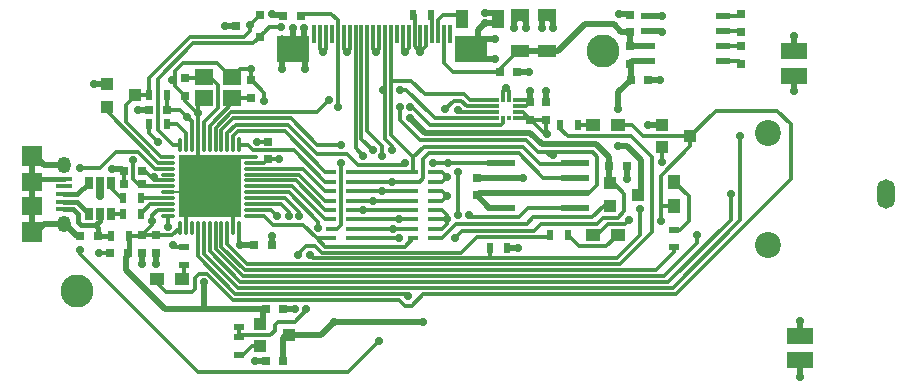
<source format=gbl>
G04 #@! TF.FileFunction,Copper,L2,Bot,Signal*
%FSLAX46Y46*%
G04 Gerber Fmt 4.6, Leading zero omitted, Abs format (unit mm)*
G04 Created by KiCad (PCBNEW 4.0.4-stable) date 11/24/16 22:43:10*
%MOMM*%
%LPD*%
G01*
G04 APERTURE LIST*
%ADD10C,0.100000*%
%ADD11R,0.900000X0.450000*%
%ADD12R,0.300000X1.600000*%
%ADD13R,2.700000X2.300000*%
%ADD14R,0.750000X0.800000*%
%ADD15R,0.800000X0.750000*%
%ADD16R,1.600000X1.000000*%
%ADD17R,1.000000X1.600000*%
%ADD18R,1.350000X0.450000*%
%ADD19O,1.150000X1.400000*%
%ADD20R,1.700000X1.700000*%
%ADD21R,1.700000X1.500000*%
%ADD22R,0.500000X0.900000*%
%ADD23R,0.690880X1.000760*%
%ADD24R,1.143000X0.508000*%
%ADD25R,2.399540X0.599440*%
%ADD26O,1.300000X0.300000*%
%ADD27O,0.300000X1.300000*%
%ADD28R,5.300000X5.300000*%
%ADD29R,1.600000X1.400000*%
%ADD30R,0.800100X0.800100*%
%ADD31R,1.000000X1.000000*%
%ADD32C,2.200000*%
%ADD33O,1.500000X2.500000*%
%ADD34R,0.900000X0.500000*%
%ADD35R,1.200000X1.000000*%
%ADD36R,1.000000X1.200000*%
%ADD37R,0.320000X0.320000*%
%ADD38R,2.200000X1.350000*%
%ADD39C,2.800000*%
%ADD40C,0.700000*%
%ADD41C,0.500000*%
%ADD42C,0.300000*%
%ADD43C,0.200000*%
%ADD44C,0.400000*%
%ADD45C,0.700000*%
G04 APERTURE END LIST*
D10*
D11*
X128350000Y-81900000D03*
X128350000Y-82700000D03*
X128350000Y-83500000D03*
X128350000Y-84300000D03*
X128350000Y-85100000D03*
X128350000Y-85900000D03*
X128350000Y-86700000D03*
X128350000Y-87500000D03*
X126650000Y-87500000D03*
X126650000Y-86700000D03*
X126650000Y-85900000D03*
X126650000Y-85100000D03*
X126650000Y-84300000D03*
X126650000Y-83500000D03*
X126650000Y-82700000D03*
X126650000Y-81900000D03*
D12*
X136750000Y-70200000D03*
X136250000Y-70200000D03*
X135750000Y-70200000D03*
X135250000Y-70200000D03*
X134750000Y-70200000D03*
X134250000Y-70200000D03*
X133750000Y-70200000D03*
X133250000Y-70200000D03*
X132750000Y-70200000D03*
X132250000Y-70200000D03*
X131750000Y-70200000D03*
X131250000Y-70200000D03*
X130750000Y-70200000D03*
X130250000Y-70200000D03*
X129750000Y-70200000D03*
X129250000Y-70200000D03*
X128750000Y-70200000D03*
X128250000Y-70200000D03*
X127750000Y-70200000D03*
X127250000Y-70200000D03*
X126750000Y-70200000D03*
X126250000Y-70200000D03*
X125750000Y-70200000D03*
X125250000Y-70200000D03*
D13*
X138500000Y-71450000D03*
X123500000Y-71450000D03*
D14*
X152000000Y-71200000D03*
X152000000Y-72700000D03*
D15*
X122650000Y-68650000D03*
X124150000Y-68650000D03*
X150250000Y-81400000D03*
X151750000Y-81400000D03*
X152050000Y-74050000D03*
X153550000Y-74050000D03*
D14*
X152000000Y-70050000D03*
X152000000Y-68550000D03*
X161400000Y-70000000D03*
X161400000Y-68500000D03*
X161400000Y-71200000D03*
X161400000Y-72700000D03*
D15*
X106950000Y-87300000D03*
X105450000Y-87300000D03*
D14*
X110700000Y-87250000D03*
X110700000Y-88750000D03*
D15*
X110650000Y-81800000D03*
X109150000Y-81800000D03*
D14*
X111900000Y-87250000D03*
X111900000Y-88750000D03*
D15*
X112750000Y-76600000D03*
X111250000Y-76600000D03*
D14*
X121300000Y-80800000D03*
X121300000Y-79300000D03*
D15*
X120150000Y-88100000D03*
X121650000Y-88100000D03*
D16*
X145000000Y-71600000D03*
X145000000Y-68600000D03*
X142700000Y-71600000D03*
X142700000Y-68600000D03*
D15*
X140950000Y-73400000D03*
X142450000Y-73400000D03*
D17*
X137800000Y-68900000D03*
X140800000Y-68900000D03*
D14*
X139000000Y-83850000D03*
X139000000Y-82350000D03*
D15*
X121150000Y-93500000D03*
X122650000Y-93500000D03*
X122650000Y-97900000D03*
X121150000Y-97900000D03*
D14*
X114300000Y-73950000D03*
X114300000Y-75450000D03*
X119900000Y-75600000D03*
X119900000Y-74100000D03*
D15*
X110650000Y-82900000D03*
X109150000Y-82900000D03*
D18*
X104050000Y-85050000D03*
X104050000Y-84400000D03*
X104050000Y-83750000D03*
X104050000Y-83100000D03*
X104050000Y-82450000D03*
D19*
X104050000Y-86250000D03*
X104050000Y-81250000D03*
D20*
X101350000Y-86950000D03*
X101350000Y-80550000D03*
D21*
X101350000Y-84750000D03*
X101350000Y-82750000D03*
D22*
X108050000Y-87300000D03*
X109550000Y-87300000D03*
X112750000Y-75400000D03*
X111250000Y-75400000D03*
X135150000Y-68600000D03*
X133650000Y-68600000D03*
D11*
X135350000Y-81900000D03*
X135350000Y-82700000D03*
X135350000Y-83500000D03*
X135350000Y-84300000D03*
X135350000Y-85100000D03*
X135350000Y-85900000D03*
X135350000Y-86700000D03*
X135350000Y-87500000D03*
X133650000Y-87500000D03*
X133650000Y-86700000D03*
X133650000Y-85900000D03*
X133650000Y-85100000D03*
X133650000Y-84300000D03*
X133650000Y-83500000D03*
X133650000Y-82700000D03*
X133650000Y-81900000D03*
D22*
X112750000Y-77800000D03*
X111250000Y-77800000D03*
X109050000Y-84100000D03*
X110550000Y-84100000D03*
X109050000Y-85400000D03*
X110550000Y-85400000D03*
D23*
X106150040Y-82799520D03*
X107100000Y-82799520D03*
X108049960Y-82799520D03*
X108049960Y-85400480D03*
X107100000Y-85400480D03*
X106150040Y-85400480D03*
D24*
X153525000Y-68695000D03*
X153525000Y-69965000D03*
X153525000Y-71235000D03*
X153525000Y-72505000D03*
X159875000Y-72505000D03*
X159875000Y-71235000D03*
X159875000Y-69965000D03*
X159875000Y-68695000D03*
D25*
X141033000Y-81095000D03*
X147367000Y-81095000D03*
X141033000Y-82365000D03*
X141033000Y-83635000D03*
X141033000Y-84905000D03*
X147367000Y-82365000D03*
X147367000Y-83635000D03*
X147367000Y-84905000D03*
D26*
X112900000Y-85600000D03*
X112900000Y-85100000D03*
X112900000Y-84600000D03*
X112900000Y-84100000D03*
X112900000Y-83600000D03*
X112900000Y-83100000D03*
X112900000Y-82600000D03*
X112900000Y-82100000D03*
X112900000Y-81600000D03*
X112900000Y-81100000D03*
X112900000Y-80600000D03*
D27*
X113900000Y-79600000D03*
X114400000Y-79600000D03*
X114900000Y-79600000D03*
X115400000Y-79600000D03*
X115900000Y-79600000D03*
X116400000Y-79600000D03*
X116900000Y-79600000D03*
X117400000Y-79600000D03*
X117900000Y-79600000D03*
X118400000Y-79600000D03*
X118900000Y-79600000D03*
D26*
X119900000Y-80600000D03*
X119900000Y-81100000D03*
X119900000Y-81600000D03*
X119900000Y-82100000D03*
X119900000Y-82600000D03*
X119900000Y-83100000D03*
X119900000Y-83600000D03*
X119900000Y-84100000D03*
X119900000Y-84600000D03*
X119900000Y-85100000D03*
X119900000Y-85600000D03*
D27*
X118900000Y-86600000D03*
X118400000Y-86600000D03*
X117900000Y-86600000D03*
X117400000Y-86600000D03*
X116900000Y-86600000D03*
X116400000Y-86600000D03*
X115900000Y-86600000D03*
X115400000Y-86600000D03*
X114900000Y-86600000D03*
X114400000Y-86600000D03*
X113900000Y-86600000D03*
D28*
X116400000Y-83100000D03*
D29*
X115900000Y-73800000D03*
X118300000Y-73800000D03*
X118300000Y-75600000D03*
X115900000Y-75600000D03*
D30*
X120650760Y-68550000D03*
X120650760Y-70450000D03*
X118651780Y-69500000D03*
D31*
X150300000Y-84750000D03*
X150300000Y-82850000D03*
X152700000Y-83800000D03*
X107700000Y-76350000D03*
X107700000Y-74450000D03*
X110100000Y-75400000D03*
X120700000Y-96650000D03*
X120700000Y-94750000D03*
X123100000Y-95700000D03*
D32*
X163700000Y-88050000D03*
X163700000Y-78550000D03*
D33*
X173700000Y-83750000D03*
D34*
X118900000Y-95850000D03*
X118900000Y-97350000D03*
D31*
X154700000Y-79800000D03*
X154700000Y-77900000D03*
X157100000Y-78850000D03*
D34*
X114200000Y-88250000D03*
X114200000Y-89750000D03*
D22*
X145250000Y-87200000D03*
X146750000Y-87200000D03*
D34*
X155750000Y-88250000D03*
X155750000Y-86750000D03*
D22*
X146050000Y-77900000D03*
X147550000Y-77900000D03*
D35*
X111950000Y-90900000D03*
X114050000Y-90900000D03*
X148850000Y-87200000D03*
X150950000Y-87200000D03*
D36*
X155750000Y-84800000D03*
X155750000Y-82700000D03*
D35*
X150950000Y-77900000D03*
X148850000Y-77900000D03*
D22*
X140100000Y-88350000D03*
X141600000Y-88350000D03*
D14*
X144900000Y-77450000D03*
X144900000Y-75950000D03*
X143550000Y-77450000D03*
X143550000Y-75950000D03*
D34*
X118900000Y-95000000D03*
X118900000Y-93500000D03*
D37*
X140750000Y-77300000D03*
X141250000Y-77300000D03*
X141750000Y-77300000D03*
X142250000Y-77300000D03*
X142250000Y-76800000D03*
X142250000Y-76300000D03*
X142250000Y-75800000D03*
X141750000Y-75800000D03*
X141250000Y-75800000D03*
X140750000Y-75800000D03*
X140750000Y-76300000D03*
X140750000Y-76800000D03*
D38*
X166400000Y-95775000D03*
X166400000Y-97825000D03*
X165900000Y-71675000D03*
X165900000Y-73725000D03*
D15*
X109450000Y-88700000D03*
X107950000Y-88700000D03*
D39*
X149700000Y-71650000D03*
X105200000Y-91970000D03*
D40*
X151000000Y-79650000D03*
X151000000Y-76550000D03*
X141500000Y-74800000D03*
X107000000Y-88700000D03*
X165900000Y-75000000D03*
X165900000Y-70400000D03*
X166400000Y-94500000D03*
X166400000Y-99200000D03*
X113250000Y-74050000D03*
X121700000Y-68500000D03*
X123500000Y-69700000D03*
X144900000Y-75000000D03*
X143550000Y-75000000D03*
X136500000Y-85900000D03*
X121000000Y-75850000D03*
X110700000Y-89700000D03*
X142550000Y-88350000D03*
X151750000Y-82450000D03*
X153500000Y-77900000D03*
X106650000Y-74450000D03*
X124500000Y-73200000D03*
X122500000Y-73200000D03*
X126000000Y-71700000D03*
X128000000Y-71700000D03*
X130500000Y-71700000D03*
X132950000Y-71700000D03*
X124400000Y-69700000D03*
X117700000Y-69500000D03*
X108100000Y-81600000D03*
X115400000Y-76900000D03*
X143400000Y-73400000D03*
X154500000Y-74050000D03*
X154700000Y-70000000D03*
X154700000Y-68700000D03*
X151050000Y-68500000D03*
X134250000Y-71700000D03*
X145500000Y-69700000D03*
X144500000Y-69700000D03*
X143200000Y-69700000D03*
X142200000Y-69700000D03*
X140600000Y-72300000D03*
X140600000Y-70600000D03*
X139700000Y-69300000D03*
X139700000Y-68400000D03*
X120200000Y-97900000D03*
X123600000Y-93500000D03*
X121700000Y-87300000D03*
X114300000Y-85200000D03*
X118500000Y-85200000D03*
X114300000Y-81000000D03*
X116400000Y-83100000D03*
X118500000Y-81000000D03*
X110300000Y-76600000D03*
X142900000Y-82350000D03*
X119900000Y-73150000D03*
X120400000Y-79300000D03*
X136500000Y-83900000D03*
X136500000Y-82300000D03*
X111900000Y-89700000D03*
X107100000Y-83900000D03*
X145450000Y-80450000D03*
X144950000Y-78650000D03*
X132500000Y-76350000D03*
X127250000Y-76400000D03*
X109900000Y-80900000D03*
X137150000Y-87500000D03*
X132400000Y-87500000D03*
X133400000Y-77300000D03*
X115900000Y-91200000D03*
X122250000Y-80800000D03*
X119000000Y-88100000D03*
X111550000Y-86000000D03*
X111700000Y-82300000D03*
X114500000Y-77200000D03*
X112000000Y-79300000D03*
X134500000Y-94600000D03*
X126900000Y-94600000D03*
X119800000Y-69400000D03*
X124600000Y-93450000D03*
X125600000Y-86600000D03*
X131050000Y-74900000D03*
X132500000Y-74900000D03*
X131800000Y-80000000D03*
X131800000Y-82700000D03*
X105400000Y-88500000D03*
X105400000Y-81500000D03*
X130700000Y-96200000D03*
X136550000Y-81100000D03*
X136350000Y-76550000D03*
X135300000Y-81100000D03*
X132900000Y-81100000D03*
X129400000Y-80500000D03*
X129400000Y-85100000D03*
X130200000Y-80000000D03*
X130200000Y-84300000D03*
X131000000Y-80500000D03*
X131000000Y-83500000D03*
X138400000Y-85500000D03*
X132400000Y-85900000D03*
X133200000Y-92400000D03*
X122400000Y-69600000D03*
X122100000Y-85600000D03*
X160500000Y-83750000D03*
X124900000Y-88950000D03*
X154700000Y-81000000D03*
X123100000Y-85600000D03*
X152800000Y-85050000D03*
X151900000Y-85950000D03*
X154650000Y-86000000D03*
X113300000Y-88100000D03*
X112900000Y-86500000D03*
X124000000Y-85600000D03*
X123900000Y-88900000D03*
X157700000Y-87250000D03*
X161300000Y-78800000D03*
X137400000Y-81850000D03*
X137400000Y-76600000D03*
X131900000Y-86700000D03*
X137400000Y-85500000D03*
X133400000Y-76350000D03*
X126500000Y-75750000D03*
X127500000Y-79600000D03*
X127500000Y-81100000D03*
D41*
X152000000Y-71200000D02*
X152000000Y-70000000D01*
X153525000Y-71235000D02*
X152035000Y-71235000D01*
X152035000Y-71235000D02*
X152000000Y-71200000D01*
X152000000Y-70000000D02*
X151250000Y-70000000D01*
X151250000Y-70000000D02*
X150600000Y-69350000D01*
X150600000Y-69350000D02*
X148150000Y-69350000D01*
X148150000Y-69350000D02*
X145900000Y-71600000D01*
X145900000Y-71600000D02*
X145000000Y-71600000D01*
X142700000Y-71600000D02*
X145000000Y-71600000D01*
D42*
X140950000Y-73400000D02*
X140950000Y-73150000D01*
X140950000Y-73150000D02*
X142500000Y-71600000D01*
X142500000Y-71600000D02*
X142700000Y-71600000D01*
X136250000Y-70200000D02*
X136250000Y-72650000D01*
X137000000Y-73400000D02*
X140950000Y-73400000D01*
X136250000Y-72650000D02*
X137000000Y-73400000D01*
D41*
X152700000Y-83800000D02*
X152950000Y-83550000D01*
X152950000Y-83550000D02*
X152950000Y-80850000D01*
X152950000Y-80850000D02*
X151750000Y-79650000D01*
X151750000Y-79650000D02*
X151000000Y-79650000D01*
X151000000Y-76550000D02*
X151000000Y-75100000D01*
X151000000Y-75100000D02*
X152050000Y-74050000D01*
X152050000Y-74050000D02*
X152050000Y-72750000D01*
X152050000Y-72750000D02*
X152000000Y-72700000D01*
X151998220Y-74101780D02*
X152050000Y-74050000D01*
X153525000Y-72505000D02*
X152195000Y-72505000D01*
X152195000Y-72505000D02*
X152000000Y-72700000D01*
D42*
X142250000Y-75800000D02*
X143400000Y-75800000D01*
X143400000Y-75800000D02*
X143550000Y-75950000D01*
X142250000Y-76300000D02*
X143200000Y-76300000D01*
X143200000Y-76300000D02*
X143550000Y-75950000D01*
X141750000Y-75800000D02*
X141750000Y-75050000D01*
X141250000Y-75050000D02*
X141500000Y-74800000D01*
X141250000Y-75050000D02*
X141250000Y-75800000D01*
X141750000Y-75050000D02*
X141500000Y-74800000D01*
X107950000Y-88700000D02*
X107000000Y-88700000D01*
D41*
X165900000Y-73725000D02*
X165900000Y-75000000D01*
X165900000Y-71675000D02*
X165900000Y-70400000D01*
X166400000Y-95775000D02*
X166400000Y-94500000D01*
X166400000Y-97825000D02*
X166400000Y-99200000D01*
D42*
X113450000Y-74050000D02*
X113250000Y-74050000D01*
D41*
X122650000Y-68650000D02*
X122550000Y-68550000D01*
X122550000Y-68550000D02*
X121750000Y-68550000D01*
X121750000Y-68550000D02*
X121700000Y-68500000D01*
X123500000Y-69700000D02*
X123500000Y-71450000D01*
X144900000Y-75950000D02*
X144900000Y-75000000D01*
X143550000Y-75950000D02*
X143550000Y-75000000D01*
D42*
X135350000Y-85100000D02*
X136100000Y-85100000D01*
X136500000Y-85500000D02*
X136500000Y-85900000D01*
X136100000Y-85100000D02*
X136500000Y-85500000D01*
X135350000Y-86700000D02*
X136050000Y-86700000D01*
X136500000Y-85900000D02*
X135350000Y-85900000D01*
X136500000Y-86250000D02*
X136500000Y-85900000D01*
X136050000Y-86700000D02*
X136500000Y-86250000D01*
X119900000Y-74100000D02*
X119950000Y-74100000D01*
X119950000Y-74100000D02*
X121000000Y-75150000D01*
X121000000Y-75150000D02*
X121000000Y-75850000D01*
D41*
X110700000Y-89700000D02*
X110700000Y-88750000D01*
X141600000Y-88350000D02*
X142550000Y-88350000D01*
X151750000Y-81400000D02*
X151750000Y-82450000D01*
X154700000Y-77900000D02*
X153500000Y-77900000D01*
X107700000Y-74450000D02*
X106650000Y-74450000D01*
X123500000Y-71450000D02*
X124500000Y-72450000D01*
X124500000Y-72450000D02*
X124500000Y-73200000D01*
X123500000Y-71450000D02*
X122500000Y-72450000D01*
X122500000Y-72450000D02*
X122500000Y-73200000D01*
D42*
X126250000Y-70200000D02*
X126250000Y-71450000D01*
X125750000Y-71450000D02*
X126000000Y-71700000D01*
X125750000Y-71450000D02*
X125750000Y-70200000D01*
X126250000Y-71450000D02*
X126000000Y-71700000D01*
X128250000Y-70200000D02*
X128250000Y-71450000D01*
X127750000Y-71450000D02*
X127750000Y-70200000D01*
X128000000Y-71700000D02*
X127750000Y-71450000D01*
X128250000Y-71450000D02*
X128000000Y-71700000D01*
X130750000Y-70200000D02*
X130750000Y-71450000D01*
X130250000Y-71450000D02*
X130500000Y-71700000D01*
X130250000Y-71450000D02*
X130250000Y-70200000D01*
X130750000Y-71450000D02*
X130500000Y-71700000D01*
X133250000Y-70200000D02*
X133250000Y-71400000D01*
X132750000Y-71500000D02*
X132950000Y-71700000D01*
X132750000Y-71500000D02*
X132750000Y-70200000D01*
X133250000Y-71400000D02*
X132950000Y-71700000D01*
D41*
X123500000Y-71450000D02*
X123050000Y-71900000D01*
D42*
X123500000Y-71450000D02*
X124400000Y-70550000D01*
D41*
X124400000Y-70550000D02*
X124400000Y-69700000D01*
D42*
X123500000Y-71450000D02*
X122500000Y-70450000D01*
D41*
X118651780Y-69500000D02*
X117700000Y-69500000D01*
X108100000Y-81600000D02*
X108950000Y-81600000D01*
X142450000Y-73400000D02*
X143400000Y-73400000D01*
X153550000Y-74050000D02*
X154500000Y-74050000D01*
X153525000Y-69965000D02*
X154665000Y-69965000D01*
X154665000Y-69965000D02*
X154700000Y-70000000D01*
X153525000Y-68695000D02*
X154695000Y-68695000D01*
X154695000Y-68695000D02*
X154700000Y-68700000D01*
X152000000Y-68500000D02*
X151050000Y-68500000D01*
D42*
X133750000Y-70200000D02*
X133750000Y-71200000D01*
X134750000Y-71200000D02*
X134250000Y-71700000D01*
X134750000Y-70200000D02*
X134750000Y-71200000D01*
X134250000Y-71700000D02*
X134250000Y-70200000D01*
X133750000Y-71200000D02*
X134250000Y-71700000D01*
D41*
X145000000Y-68600000D02*
X145500000Y-69100000D01*
X145500000Y-69100000D02*
X145500000Y-69700000D01*
X145000000Y-68600000D02*
X144500000Y-69100000D01*
X144500000Y-69100000D02*
X144500000Y-69700000D01*
X142700000Y-68600000D02*
X143200000Y-69100000D01*
X143200000Y-69100000D02*
X143200000Y-69700000D01*
X142700000Y-68600000D02*
X142200000Y-69100000D01*
X142200000Y-69100000D02*
X142200000Y-69700000D01*
X138500000Y-71450000D02*
X139350000Y-72300000D01*
X139350000Y-72300000D02*
X140600000Y-72300000D01*
X138500000Y-71450000D02*
X139350000Y-70600000D01*
X139350000Y-70600000D02*
X140600000Y-70600000D01*
X138500000Y-71450000D02*
X139100000Y-70850000D01*
X139100000Y-70850000D02*
X139100000Y-69900000D01*
X139100000Y-69900000D02*
X139700000Y-69300000D01*
X140800000Y-68850000D02*
X140350000Y-69300000D01*
X140350000Y-69300000D02*
X139700000Y-69300000D01*
X140800000Y-68850000D02*
X140350000Y-68400000D01*
X140350000Y-68400000D02*
X139700000Y-68400000D01*
D42*
X133750000Y-70200000D02*
X133750000Y-68600000D01*
X133750000Y-68600000D02*
X133650000Y-68500000D01*
D41*
X121150000Y-97900000D02*
X120200000Y-97900000D01*
X122650000Y-93500000D02*
X123600000Y-93500000D01*
D43*
X112900000Y-83600000D02*
X115900000Y-83600000D01*
X115900000Y-83600000D02*
X116400000Y-83100000D01*
D42*
X115400000Y-79600000D02*
X115400000Y-82100000D01*
X115400000Y-82100000D02*
X116400000Y-83100000D01*
X119900000Y-80600000D02*
X118900000Y-80600000D01*
X118900000Y-80600000D02*
X116400000Y-83100000D01*
X114400000Y-86600000D02*
X114400000Y-85100000D01*
X114400000Y-85100000D02*
X116400000Y-83100000D01*
X118400000Y-86600000D02*
X118400000Y-85100000D01*
X118400000Y-85100000D02*
X116400000Y-83100000D01*
D41*
X121700000Y-88050000D02*
X121700000Y-87300000D01*
D42*
X121700000Y-88050000D02*
X121650000Y-88100000D01*
X114300000Y-85200000D02*
X116400000Y-83100000D01*
X118500000Y-85200000D02*
X116400000Y-83100000D01*
X114300000Y-81000000D02*
X116400000Y-83100000D01*
X118500000Y-81000000D02*
X116400000Y-83100000D01*
D41*
X111250000Y-76600000D02*
X110300000Y-76600000D01*
X141033000Y-82365000D02*
X142885000Y-82365000D01*
X142885000Y-82365000D02*
X142900000Y-82350000D01*
X141033000Y-82365000D02*
X139015000Y-82365000D01*
X139015000Y-82365000D02*
X139000000Y-82350000D01*
D42*
X118950000Y-73150000D02*
X119900000Y-73150000D01*
X119900000Y-73150000D02*
X119900000Y-74100000D01*
X118950000Y-73150000D02*
X118300000Y-73800000D01*
X117050000Y-72650000D02*
X118200000Y-73800000D01*
X118200000Y-73800000D02*
X118300000Y-73800000D01*
X114300000Y-75450000D02*
X113450000Y-74600000D01*
X114150000Y-72650000D02*
X117050000Y-72650000D01*
X113450000Y-73350000D02*
X114150000Y-72650000D01*
X113450000Y-74600000D02*
X113450000Y-74050000D01*
X113450000Y-74050000D02*
X113450000Y-73350000D01*
X115400000Y-76900000D02*
X115300000Y-76900000D01*
X114300000Y-75900000D02*
X114300000Y-75450000D01*
X115300000Y-76900000D02*
X114300000Y-75900000D01*
X115400000Y-76100000D02*
X115400000Y-76900000D01*
X115400000Y-76900000D02*
X115400000Y-79600000D01*
X115400000Y-76100000D02*
X115900000Y-75600000D01*
X121300000Y-79300000D02*
X120400000Y-79300000D01*
X135350000Y-84300000D02*
X136100000Y-84300000D01*
X136100000Y-83500000D02*
X136500000Y-83900000D01*
X136100000Y-83500000D02*
X135350000Y-83500000D01*
X136100000Y-84300000D02*
X136500000Y-83900000D01*
X135350000Y-82700000D02*
X136100000Y-82700000D01*
X136100000Y-81900000D02*
X136500000Y-82300000D01*
X136100000Y-81900000D02*
X135350000Y-81900000D01*
X136100000Y-82700000D02*
X136500000Y-82300000D01*
D41*
X109150000Y-81800000D02*
X108950000Y-81600000D01*
D42*
X109150000Y-82900000D02*
X109150000Y-81800000D01*
D41*
X101350000Y-80200000D02*
X102400000Y-81250000D01*
X102400000Y-81250000D02*
X104050000Y-81250000D01*
D44*
X104050000Y-82450000D02*
X101650000Y-82450000D01*
X101650000Y-82450000D02*
X101350000Y-82750000D01*
D41*
X101350000Y-80200000D02*
X101350000Y-82750000D01*
X101350000Y-84750000D02*
X101350000Y-82750000D01*
X101350000Y-87300000D02*
X101350000Y-84750000D01*
X104050000Y-86250000D02*
X102400000Y-86250000D01*
X102400000Y-86250000D02*
X101350000Y-87300000D01*
X105450000Y-87300000D02*
X105200000Y-87300000D01*
X105200000Y-87300000D02*
X104150000Y-86250000D01*
X104150000Y-86250000D02*
X104050000Y-86250000D01*
X111900000Y-88750000D02*
X111900000Y-89700000D01*
D45*
X107100000Y-82799520D02*
X107100000Y-83900000D01*
D42*
X116800000Y-81800000D02*
X117800000Y-82800000D01*
X117300000Y-83300000D02*
X117800000Y-82800000D01*
X142250000Y-76800000D02*
X142900000Y-76800000D01*
X142900000Y-76800000D02*
X143550000Y-77450000D01*
X142250000Y-77300000D02*
X143400000Y-77300000D01*
X143400000Y-77300000D02*
X143550000Y-77450000D01*
X144900000Y-77450000D02*
X143550000Y-77450000D01*
X143550000Y-77450000D02*
X143600000Y-77450000D01*
X143600000Y-77450000D02*
X144800000Y-78650000D01*
X144800000Y-78650000D02*
X144950000Y-78650000D01*
X144900000Y-77450000D02*
X144900000Y-78600000D01*
X145150000Y-80450000D02*
X144925000Y-80225000D01*
X145450000Y-80450000D02*
X145150000Y-80450000D01*
X144900000Y-78600000D02*
X144950000Y-78650000D01*
X148825000Y-80225000D02*
X144925000Y-80225000D01*
X144925000Y-80225000D02*
X144225000Y-80225000D01*
X134250000Y-79200000D02*
X143200000Y-79200000D01*
X132500000Y-77450000D02*
X134250000Y-79200000D01*
X132500000Y-76350000D02*
X132500000Y-77450000D01*
X144225000Y-80225000D02*
X143200000Y-79200000D01*
X148515000Y-83635000D02*
X147367000Y-83635000D01*
X149200000Y-82950000D02*
X148515000Y-83635000D01*
X149200000Y-80600000D02*
X149200000Y-82950000D01*
X148825000Y-80225000D02*
X149200000Y-80600000D01*
X127250000Y-70200000D02*
X127250000Y-76400000D01*
X124150000Y-68500000D02*
X126700000Y-68500000D01*
X127250000Y-69050000D02*
X127250000Y-70200000D01*
X126700000Y-68500000D02*
X127250000Y-69050000D01*
X110300000Y-82900000D02*
X109900000Y-82500000D01*
X109900000Y-82500000D02*
X109900000Y-80900000D01*
X110650000Y-82900000D02*
X110300000Y-82900000D01*
D41*
X147367000Y-83635000D02*
X141033000Y-83635000D01*
X141033000Y-84905000D02*
X140055000Y-84905000D01*
X140055000Y-84905000D02*
X139000000Y-83850000D01*
X141033000Y-83635000D02*
X139215000Y-83635000D01*
X139215000Y-83635000D02*
X139000000Y-83850000D01*
D42*
X112900000Y-83100000D02*
X110850000Y-83100000D01*
X110850000Y-83100000D02*
X110650000Y-82900000D01*
X128350000Y-87500000D02*
X132400000Y-87500000D01*
X143850000Y-86850000D02*
X137800000Y-86850000D01*
X137800000Y-86850000D02*
X137150000Y-87500000D01*
X151500000Y-83750000D02*
X150600000Y-82850000D01*
X149200000Y-86250000D02*
X144450000Y-86250000D01*
X149700000Y-85750000D02*
X149200000Y-86250000D01*
X150950000Y-85750000D02*
X149700000Y-85750000D01*
X151500000Y-85200000D02*
X150950000Y-85750000D01*
X151500000Y-83750000D02*
X151500000Y-85200000D01*
X144450000Y-86250000D02*
X143850000Y-86850000D01*
X150300000Y-82850000D02*
X150600000Y-82850000D01*
X121150000Y-93500000D02*
X118900000Y-93500000D01*
D41*
X150250000Y-81400000D02*
X150250000Y-80650000D01*
X149125000Y-79525000D02*
X144525000Y-79525000D01*
X150250000Y-82800000D02*
X150300000Y-82850000D01*
X149125000Y-79525000D02*
X150250000Y-80650000D01*
X150250000Y-80650000D02*
X150250000Y-82800000D01*
X134650000Y-78550000D02*
X143550000Y-78550000D01*
X133400000Y-77300000D02*
X134650000Y-78550000D01*
D42*
X150300000Y-82850000D02*
X150300000Y-82900000D01*
D41*
X144525000Y-79525000D02*
X143550000Y-78550000D01*
X115900000Y-91200000D02*
X115900000Y-93500000D01*
X120899240Y-94750000D02*
X120899240Y-93750760D01*
X120899240Y-93750760D02*
X121150000Y-93500000D01*
X109300000Y-89100000D02*
X109300000Y-90200000D01*
X109300000Y-90200000D02*
X112600000Y-93500000D01*
X112600000Y-93500000D02*
X115900000Y-93500000D01*
X115900000Y-93500000D02*
X121150000Y-93500000D01*
D42*
X122250000Y-80800000D02*
X121300000Y-80800000D01*
X111700000Y-82300000D02*
X111700000Y-82600000D01*
X111250000Y-78550000D02*
X112000000Y-79300000D01*
X111250000Y-77800000D02*
X111250000Y-78550000D01*
X112750000Y-75400000D02*
X112750000Y-76600000D01*
D41*
X120150000Y-88100000D02*
X119000000Y-88100000D01*
D42*
X118900000Y-88000000D02*
X119000000Y-88100000D01*
X118900000Y-88000000D02*
X118900000Y-86600000D01*
X114500000Y-77200000D02*
X113900000Y-76600000D01*
X114900000Y-77600000D02*
X114500000Y-77200000D01*
X114900000Y-79600000D02*
X114900000Y-77600000D01*
X113900000Y-76600000D02*
X112750000Y-76600000D01*
X119900000Y-81100000D02*
X121000000Y-81100000D01*
X121000000Y-81100000D02*
X121300000Y-80800000D01*
D44*
X109550000Y-87300000D02*
X109550000Y-88850000D01*
X109550000Y-88850000D02*
X109300000Y-89100000D01*
D42*
X112900000Y-82600000D02*
X111700000Y-82600000D01*
X111700000Y-82600000D02*
X110900000Y-81800000D01*
X110900000Y-81800000D02*
X110650000Y-81800000D01*
X111900000Y-87250000D02*
X113250000Y-87250000D01*
X113250000Y-87250000D02*
X113900000Y-86600000D01*
X110700000Y-87250000D02*
X111900000Y-87250000D01*
X112900000Y-85100000D02*
X112000000Y-85100000D01*
X112000000Y-85100000D02*
X111550000Y-85550000D01*
X111550000Y-85550000D02*
X111550000Y-86000000D01*
X111550000Y-86400000D02*
X110700000Y-87250000D01*
X111550000Y-86000000D02*
X111550000Y-86400000D01*
X109550000Y-87300000D02*
X110650000Y-87300000D01*
X110650000Y-87300000D02*
X110700000Y-87250000D01*
X159875000Y-69965000D02*
X161365000Y-69965000D01*
X161365000Y-69965000D02*
X161400000Y-70000000D01*
X159875000Y-68695000D02*
X161205000Y-68695000D01*
X161205000Y-68695000D02*
X161400000Y-68500000D01*
X159875000Y-71235000D02*
X161365000Y-71235000D01*
X161365000Y-71235000D02*
X161400000Y-71200000D01*
X159875000Y-72505000D02*
X161205000Y-72505000D01*
X161205000Y-72505000D02*
X161400000Y-72700000D01*
D44*
X106950000Y-87300000D02*
X108050000Y-87300000D01*
X106950000Y-87300000D02*
X106950000Y-86650000D01*
X106950000Y-86650000D02*
X106700000Y-86400000D01*
X104050000Y-85050000D02*
X104850000Y-85050000D01*
X107100000Y-86000000D02*
X107100000Y-85400480D01*
X106700000Y-86400000D02*
X107100000Y-86000000D01*
X105500000Y-86400000D02*
X106700000Y-86400000D01*
X105250000Y-86150000D02*
X105500000Y-86400000D01*
X105250000Y-85450000D02*
X105250000Y-86150000D01*
X104850000Y-85050000D02*
X105250000Y-85450000D01*
X104050000Y-85050000D02*
X104550000Y-85050000D01*
D42*
X135750000Y-70200000D02*
X135750000Y-69050000D01*
X136200000Y-68600000D02*
X137550000Y-68600000D01*
X135750000Y-69050000D02*
X136200000Y-68600000D01*
X137550000Y-68600000D02*
X137800000Y-68850000D01*
D41*
X122650000Y-97900000D02*
X122650000Y-95948220D01*
X122650000Y-95948220D02*
X122898220Y-95700000D01*
X122898220Y-95700000D02*
X125800000Y-95700000D01*
X125800000Y-95700000D02*
X126900000Y-94600000D01*
X126900000Y-94600000D02*
X134500000Y-94600000D01*
D42*
X114300000Y-73950000D02*
X115750000Y-73950000D01*
X115750000Y-73950000D02*
X115900000Y-73800000D01*
X115900000Y-79600000D02*
X115900000Y-77650000D01*
X117100000Y-74500000D02*
X116400000Y-73800000D01*
X117100000Y-76450000D02*
X117100000Y-74500000D01*
X115900000Y-77650000D02*
X117100000Y-76450000D01*
X116400000Y-73800000D02*
X115900000Y-73800000D01*
X118300000Y-75600000D02*
X118300000Y-75992968D01*
X118350000Y-75992968D02*
X116390002Y-77952966D01*
X116390002Y-77952966D02*
X116390002Y-79600000D01*
X116390002Y-79600000D02*
X116400000Y-79600000D01*
X119900000Y-75600000D02*
X118300000Y-75600000D01*
D44*
X104050000Y-84400000D02*
X105149560Y-84400000D01*
X105149560Y-84400000D02*
X106150040Y-85400480D01*
X104050000Y-83750000D02*
X105199560Y-83750000D01*
X105199560Y-83750000D02*
X106150040Y-82799520D01*
D42*
X143250000Y-86250000D02*
X137300000Y-86250000D01*
X137300000Y-86250000D02*
X136050000Y-87500000D01*
X150300000Y-84750000D02*
X149750000Y-84750000D01*
X149750000Y-84750000D02*
X148800000Y-85700000D01*
X135350000Y-87500000D02*
X136050000Y-87500000D01*
X150300000Y-84450000D02*
X150300000Y-84750000D01*
X148800000Y-85700000D02*
X143800000Y-85700000D01*
X143800000Y-85700000D02*
X143250000Y-86250000D01*
X107700000Y-76500000D02*
X107699240Y-76499240D01*
X107699240Y-76499240D02*
X107699240Y-76250000D01*
X112042968Y-81100000D02*
X107700000Y-76757032D01*
X107700000Y-76757032D02*
X107700000Y-76500000D01*
X112900000Y-81100000D02*
X112042968Y-81100000D01*
X119800000Y-69400000D02*
X119800000Y-69950000D01*
X119300000Y-70450000D02*
X114750000Y-70450000D01*
X119800000Y-69950000D02*
X119300000Y-70450000D01*
X120650760Y-68550000D02*
X119800760Y-69400000D01*
X119800760Y-69400000D02*
X119800000Y-69400000D01*
X111250000Y-75400000D02*
X111250000Y-73950000D01*
X111250000Y-73950000D02*
X114750000Y-70450000D01*
X111250000Y-75400000D02*
X110190002Y-75400000D01*
X110190002Y-75400000D02*
X109350000Y-76240002D01*
X112900000Y-80600000D02*
X112300000Y-80600000D01*
X109350000Y-77650000D02*
X109350000Y-76240002D01*
X112300000Y-80600000D02*
X109350000Y-77650000D01*
X123650000Y-94550000D02*
X124600000Y-93600000D01*
X124600000Y-93600000D02*
X124600000Y-93450000D01*
X123650000Y-94550000D02*
X122200000Y-94550000D01*
X118900000Y-95000000D02*
X118900000Y-95850000D01*
X121900000Y-95350000D02*
X121550000Y-95700000D01*
X121550000Y-95700000D02*
X119150000Y-95700000D01*
X121900000Y-94850000D02*
X121900000Y-95350000D01*
X122200000Y-94550000D02*
X121900000Y-94850000D01*
X125600000Y-86100000D02*
X125600000Y-86600000D01*
X123100000Y-83600000D02*
X125600000Y-86100000D01*
X119900000Y-83600000D02*
X123100000Y-83600000D01*
X135250000Y-70200000D02*
X135250000Y-68600000D01*
X135250000Y-68600000D02*
X135150000Y-68500000D01*
X108049960Y-82799520D02*
X108049960Y-83249960D01*
X108049960Y-83249960D02*
X108900000Y-84100000D01*
X108900000Y-84100000D02*
X109050000Y-84100000D01*
X112900000Y-84100000D02*
X110550000Y-84100000D01*
X109050000Y-85400000D02*
X108050440Y-85400000D01*
X108050440Y-85400000D02*
X108049960Y-85400480D01*
X112900000Y-84600000D02*
X111350000Y-84600000D01*
X111350000Y-84600000D02*
X110550000Y-85400000D01*
X140750000Y-77300000D02*
X135450000Y-77300000D01*
X135450000Y-77300000D02*
X135100000Y-76950000D01*
X132500000Y-74900000D02*
X133050000Y-74900000D01*
X133050000Y-74900000D02*
X135100000Y-76950000D01*
X131050000Y-74900000D02*
X131250000Y-74900000D01*
X131800000Y-79650000D02*
X131250000Y-79100000D01*
X131250000Y-75850000D02*
X131250000Y-74900000D01*
X131250000Y-79100000D02*
X131250000Y-75850000D01*
X131800000Y-80000000D02*
X131800000Y-79650000D01*
X131250000Y-74900000D02*
X131250000Y-70200000D01*
X133650000Y-82700000D02*
X134200000Y-82700000D01*
X144665000Y-82365000D02*
X147367000Y-82365000D01*
X142600000Y-80300000D02*
X144665000Y-82365000D01*
X134950000Y-80300000D02*
X142600000Y-80300000D01*
X134500000Y-80750000D02*
X134950000Y-80300000D01*
X134500000Y-82400000D02*
X134500000Y-80750000D01*
X134200000Y-82700000D02*
X134500000Y-82400000D01*
X133650000Y-82700000D02*
X131800000Y-82700000D01*
X131800000Y-82700000D02*
X128350000Y-82700000D01*
X131750000Y-74150000D02*
X133450000Y-74150000D01*
X138430002Y-75800000D02*
X140750000Y-75800000D01*
X137930002Y-75300000D02*
X138430002Y-75800000D01*
X134600000Y-75300000D02*
X137930002Y-75300000D01*
X133450000Y-74150000D02*
X134600000Y-75300000D01*
X131750000Y-75650000D02*
X131750000Y-78750000D01*
X133650000Y-80650000D02*
X131750000Y-78750000D01*
X133650000Y-81900000D02*
X133650000Y-80650000D01*
X131750000Y-70200000D02*
X131750000Y-74150000D01*
X131750000Y-74150000D02*
X131750000Y-75650000D01*
X147517000Y-81245000D02*
X144395000Y-81245000D01*
X144395000Y-81245000D02*
X142900000Y-79750000D01*
X133650000Y-81900000D02*
X133650000Y-80650000D01*
X133650000Y-80650000D02*
X134550000Y-79750000D01*
X134550000Y-79750000D02*
X142900000Y-79750000D01*
X128350000Y-81900000D02*
X133650000Y-81900000D01*
X105400000Y-88500000D02*
X105400000Y-88800000D01*
X105400000Y-88800000D02*
X107300000Y-90700000D01*
X107300000Y-90700000D02*
X115400000Y-98800000D01*
X115400000Y-98800000D02*
X116750000Y-98800000D01*
X105400000Y-81500000D02*
X107100000Y-81500000D01*
X107100000Y-81500000D02*
X108450000Y-80150000D01*
X111800000Y-81600000D02*
X110350000Y-80150000D01*
X112900000Y-81600000D02*
X111800000Y-81600000D01*
X110350000Y-80150000D02*
X108450000Y-80150000D01*
X116750000Y-98800000D02*
X128100000Y-98800000D01*
X128100000Y-98800000D02*
X130700000Y-96200000D01*
X140750000Y-76300000D02*
X138150000Y-76300000D01*
X137700000Y-75850000D02*
X138150000Y-76300000D01*
X137050000Y-75850000D02*
X137700000Y-75850000D01*
X136350000Y-76550000D02*
X137050000Y-75850000D01*
X135300000Y-81100000D02*
X136550000Y-81100000D01*
X136550000Y-81100000D02*
X141028000Y-81100000D01*
X141028000Y-81100000D02*
X141033000Y-81095000D01*
X125450000Y-80350000D02*
X128050000Y-80350000D01*
X128050000Y-80350000D02*
X129000000Y-81300000D01*
X132700000Y-81300000D02*
X132900000Y-81100000D01*
X129000000Y-81300000D02*
X132700000Y-81300000D01*
X136500000Y-81100000D02*
X136500000Y-81095000D01*
X136500000Y-81095000D02*
X136500000Y-81100000D01*
X136500000Y-81100000D02*
X136500000Y-81095000D01*
X117900000Y-78600000D02*
X118600000Y-77900000D01*
X118600000Y-77900000D02*
X123000000Y-77900000D01*
X123000000Y-77900000D02*
X125450000Y-80350000D01*
X117900000Y-79600000D02*
X117900000Y-78600000D01*
X136500000Y-81095000D02*
X141033000Y-81095000D01*
X119900000Y-82600000D02*
X123700000Y-82600000D01*
X126200000Y-85100000D02*
X126650000Y-85100000D01*
X123700000Y-82600000D02*
X126200000Y-85100000D01*
X119900000Y-82100000D02*
X124000000Y-82100000D01*
X126200000Y-84300000D02*
X126650000Y-84300000D01*
X124000000Y-82100000D02*
X126200000Y-84300000D01*
X119900000Y-81600000D02*
X124300000Y-81600000D01*
X126200000Y-83500000D02*
X126650000Y-83500000D01*
X124300000Y-81600000D02*
X126200000Y-83500000D01*
X120100000Y-80050000D02*
X123550000Y-80050000D01*
X118900000Y-79600000D02*
X119650000Y-79600000D01*
X119650000Y-79600000D02*
X120100000Y-80050000D01*
X118900000Y-79600000D02*
X118900000Y-79100000D01*
X123550000Y-80050000D02*
X126200000Y-82700000D01*
X126200000Y-82700000D02*
X126650000Y-82700000D01*
X118400000Y-79600000D02*
X118400000Y-78850000D01*
X126200000Y-81900000D02*
X126650000Y-81900000D01*
X122750000Y-78450000D02*
X126200000Y-81900000D01*
X118800000Y-78450000D02*
X122750000Y-78450000D01*
X118400000Y-78850000D02*
X118800000Y-78450000D01*
X129400000Y-80500000D02*
X128750000Y-79850000D01*
X128750000Y-70050000D02*
X128750000Y-79850000D01*
X128350000Y-85100000D02*
X129400000Y-85100000D01*
X129400000Y-85100000D02*
X133650000Y-85100000D01*
X130200000Y-80000000D02*
X129250000Y-79050000D01*
X129250000Y-79050000D02*
X129250000Y-70200000D01*
X128350000Y-84300000D02*
X130200000Y-84300000D01*
X130200000Y-84300000D02*
X133650000Y-84300000D01*
X129750000Y-70200000D02*
X129750000Y-78450000D01*
X131000000Y-79700000D02*
X129750000Y-78450000D01*
X131000000Y-80500000D02*
X131000000Y-79700000D01*
X128350000Y-83500000D02*
X131000000Y-83500000D01*
X131000000Y-83500000D02*
X133650000Y-83500000D01*
X142600000Y-85700000D02*
X138600000Y-85700000D01*
X138600000Y-85700000D02*
X138400000Y-85500000D01*
X143395000Y-84905000D02*
X147367000Y-84905000D01*
X142600000Y-85700000D02*
X143395000Y-84905000D01*
X128350000Y-85900000D02*
X132400000Y-85900000D01*
X132400000Y-85900000D02*
X133650000Y-85900000D01*
X119900000Y-83100000D02*
X123400000Y-83100000D01*
X123400000Y-83100000D02*
X126200000Y-85900000D01*
X126200000Y-85900000D02*
X126650000Y-85900000D01*
X118570006Y-92170006D02*
X132970006Y-92170006D01*
X132970006Y-92170006D02*
X133200000Y-92400000D01*
X115400000Y-86600000D02*
X115400000Y-89000000D01*
X115400000Y-89000000D02*
X118570006Y-92170006D01*
X120650760Y-70450000D02*
X120650760Y-70399240D01*
X120650760Y-70399240D02*
X121050000Y-70000000D01*
X122400000Y-69600000D02*
X121450000Y-69600000D01*
X121450000Y-69600000D02*
X121050000Y-70000000D01*
X121050000Y-70000000D02*
X120050000Y-71000000D01*
X113300000Y-79600000D02*
X112000000Y-78300000D01*
X113900000Y-79600000D02*
X113300000Y-79600000D01*
X112000000Y-78300000D02*
X112000000Y-74000000D01*
X112000000Y-74000000D02*
X115000000Y-71000000D01*
X115000000Y-71000000D02*
X120050000Y-71000000D01*
X119900000Y-85100000D02*
X121600000Y-85100000D01*
X121600000Y-85100000D02*
X122100000Y-85600000D01*
X114400000Y-79600000D02*
X114400000Y-78600000D01*
X113600000Y-77800000D02*
X112750000Y-77800000D01*
X114400000Y-78600000D02*
X113600000Y-77800000D01*
X155250000Y-91190002D02*
X160500000Y-85940002D01*
X160500000Y-85940002D02*
X160500000Y-83750000D01*
X118990002Y-91190002D02*
X155250000Y-91190002D01*
X116400000Y-86600000D02*
X116400000Y-88600000D01*
X116400000Y-88600000D02*
X118990002Y-91190002D01*
X120700000Y-96650000D02*
X119950000Y-96650000D01*
X119250000Y-97350000D02*
X118750000Y-97350000D01*
X119950000Y-96650000D02*
X119250000Y-97350000D01*
X140100000Y-88350000D02*
X140100000Y-89190002D01*
X154700000Y-79800000D02*
X154700000Y-81000000D01*
X125140002Y-89190002D02*
X140100000Y-89190002D01*
X140100000Y-89190002D02*
X150859998Y-89190002D01*
X122400000Y-84600000D02*
X123100000Y-85300000D01*
X123100000Y-85300000D02*
X123100000Y-85600000D01*
X119900000Y-84600000D02*
X122400000Y-84600000D01*
X124900000Y-88950000D02*
X125140002Y-89190002D01*
X150859998Y-89190002D02*
X152800000Y-87250000D01*
X152800000Y-87250000D02*
X152800000Y-85050000D01*
X154650000Y-79850000D02*
X154700000Y-79800000D01*
X150125000Y-86275000D02*
X151575000Y-86275000D01*
X151575000Y-86275000D02*
X151900000Y-85950000D01*
X155900000Y-92200000D02*
X165600000Y-82500000D01*
X159250000Y-76700000D02*
X157100000Y-78850000D01*
X164450000Y-76700000D02*
X159250000Y-76700000D01*
X165600000Y-77850000D02*
X164450000Y-76700000D01*
X165600000Y-82500000D02*
X165600000Y-77850000D01*
X155750000Y-84800000D02*
X154600000Y-84800000D01*
X157100000Y-78850000D02*
X157100000Y-79700000D01*
X157100000Y-79700000D02*
X154600000Y-82200000D01*
X154600000Y-84800000D02*
X154600000Y-82200000D01*
X154600000Y-85950000D02*
X154600000Y-84800000D01*
X154600000Y-85950000D02*
X154650000Y-86000000D01*
X148850000Y-87200000D02*
X149200000Y-87200000D01*
X149200000Y-87200000D02*
X150125000Y-86275000D01*
X150950000Y-77900000D02*
X152150000Y-77900000D01*
X153100000Y-78850000D02*
X157100000Y-78850000D01*
X152150000Y-77900000D02*
X153100000Y-78850000D01*
X111950000Y-90900000D02*
X111950000Y-91250000D01*
X134500000Y-92200000D02*
X155900000Y-92200000D01*
X133500000Y-93200000D02*
X134500000Y-92200000D01*
X132900000Y-93200000D02*
X133500000Y-93200000D01*
X132400000Y-92700000D02*
X132900000Y-93200000D01*
X118400000Y-92700000D02*
X132400000Y-92700000D01*
X116200000Y-90500000D02*
X118400000Y-92700000D01*
X115500000Y-90500000D02*
X116200000Y-90500000D01*
X115150000Y-90850000D02*
X115500000Y-90500000D01*
X115150000Y-91750000D02*
X115150000Y-90850000D01*
X114900000Y-92000000D02*
X115150000Y-91750000D01*
X112700000Y-92000000D02*
X114900000Y-92000000D01*
X111950000Y-91250000D02*
X112700000Y-92000000D01*
X114300000Y-88250000D02*
X113450000Y-88250000D01*
X113450000Y-88250000D02*
X113300000Y-88100000D01*
X112900000Y-85600000D02*
X112900000Y-86500000D01*
X114200000Y-89750000D02*
X114200000Y-90750000D01*
X114200000Y-90750000D02*
X114050000Y-90900000D01*
X122800000Y-84100000D02*
X124000000Y-85300000D01*
X124000000Y-85300000D02*
X124000000Y-85600000D01*
X119900000Y-84100000D02*
X122800000Y-84100000D01*
X125350000Y-88150000D02*
X125900000Y-88700000D01*
X125900000Y-88700000D02*
X137700000Y-88700000D01*
X137700000Y-88700000D02*
X139000000Y-87400000D01*
X139000000Y-87400000D02*
X145050000Y-87400000D01*
X123900000Y-88900000D02*
X123900000Y-88800000D01*
X123900000Y-88800000D02*
X124550000Y-88150000D01*
X124550000Y-88150000D02*
X125350000Y-88150000D01*
X145050000Y-87400000D02*
X145250000Y-87200000D01*
X146750000Y-87200000D02*
X147700000Y-88150000D01*
X150000000Y-88150000D02*
X150950000Y-87200000D01*
X147700000Y-88150000D02*
X150000000Y-88150000D01*
X155750000Y-88250000D02*
X155750000Y-88650000D01*
X155750000Y-88650000D02*
X154209998Y-90190002D01*
X117400000Y-86600000D02*
X117400000Y-88200000D01*
X119390002Y-90190002D02*
X154209998Y-90190002D01*
X117400000Y-88200000D02*
X119390002Y-90190002D01*
X155750000Y-86750000D02*
X156250000Y-86750000D01*
X156950000Y-83900000D02*
X155750000Y-82700000D01*
X156950000Y-86050000D02*
X156950000Y-83900000D01*
X156250000Y-86750000D02*
X156950000Y-86050000D01*
X146050000Y-77900000D02*
X146050000Y-78200000D01*
X146050000Y-78200000D02*
X146700000Y-78850000D01*
X151150000Y-89700000D02*
X153850000Y-87000000D01*
X152050000Y-78850000D02*
X146700000Y-78850000D01*
X153850000Y-80650000D02*
X152050000Y-78850000D01*
X153850000Y-87000000D02*
X153850000Y-80650000D01*
X117900000Y-88000000D02*
X119600000Y-89700000D01*
X117900000Y-86600000D02*
X117900000Y-88000000D01*
X119600000Y-89700000D02*
X151150000Y-89700000D01*
X147550000Y-77900000D02*
X148850000Y-77900000D01*
X154900000Y-90700000D02*
X157700000Y-87900000D01*
X157700000Y-87900000D02*
X157700000Y-87250000D01*
X116900000Y-86600000D02*
X116900000Y-88400000D01*
X119200000Y-90700000D02*
X154900000Y-90700000D01*
X116900000Y-88400000D02*
X119200000Y-90700000D01*
X155600000Y-91680004D02*
X161300000Y-85980004D01*
X161300000Y-85980004D02*
X161300000Y-78800000D01*
X115900000Y-88792968D02*
X118787036Y-91680004D01*
X115900000Y-86600000D02*
X115900000Y-88792968D01*
X118787036Y-91680004D02*
X155600000Y-91680004D01*
X140750000Y-76800000D02*
X137600000Y-76800000D01*
X137400000Y-76600000D02*
X137600000Y-76800000D01*
X137400000Y-85500000D02*
X137400000Y-81850000D01*
X133650000Y-86700000D02*
X131900000Y-86700000D01*
X131900000Y-86700000D02*
X128350000Y-86700000D01*
X133400000Y-76350000D02*
X133500000Y-76350000D01*
X141250000Y-77700000D02*
X141250000Y-77300000D01*
X141050000Y-77900000D02*
X141250000Y-77700000D01*
X135050000Y-77900000D02*
X141050000Y-77900000D01*
X133500000Y-76350000D02*
X135050000Y-77900000D01*
X118250000Y-76800000D02*
X125450000Y-76800000D01*
X125450000Y-76800000D02*
X126500000Y-75750000D01*
X116900000Y-79600000D02*
X116900000Y-78150000D01*
X116900000Y-78150000D02*
X118250000Y-76800000D01*
X127500000Y-79600000D02*
X125500000Y-79600000D01*
X125500000Y-79600000D02*
X123250000Y-77350000D01*
X127200000Y-86700000D02*
X127500000Y-86400000D01*
X127500000Y-86400000D02*
X127500000Y-81100000D01*
X126650000Y-86700000D02*
X127200000Y-86700000D01*
X117400000Y-79600000D02*
X117400000Y-78350000D01*
X118400000Y-77350000D02*
X123250000Y-77350000D01*
X117400000Y-78350000D02*
X118400000Y-77350000D01*
X126150000Y-88200000D02*
X132950000Y-88200000D01*
X132950000Y-88200000D02*
X133650000Y-87500000D01*
X126650000Y-87500000D02*
X125450000Y-87500000D01*
X126150000Y-88200000D02*
X125450000Y-87500000D01*
X125450000Y-87500000D02*
X124300000Y-86350000D01*
X121000000Y-85600000D02*
X121750000Y-86350000D01*
X119900000Y-85600000D02*
X121000000Y-85600000D01*
X124300000Y-86350000D02*
X121750000Y-86350000D01*
M02*

</source>
